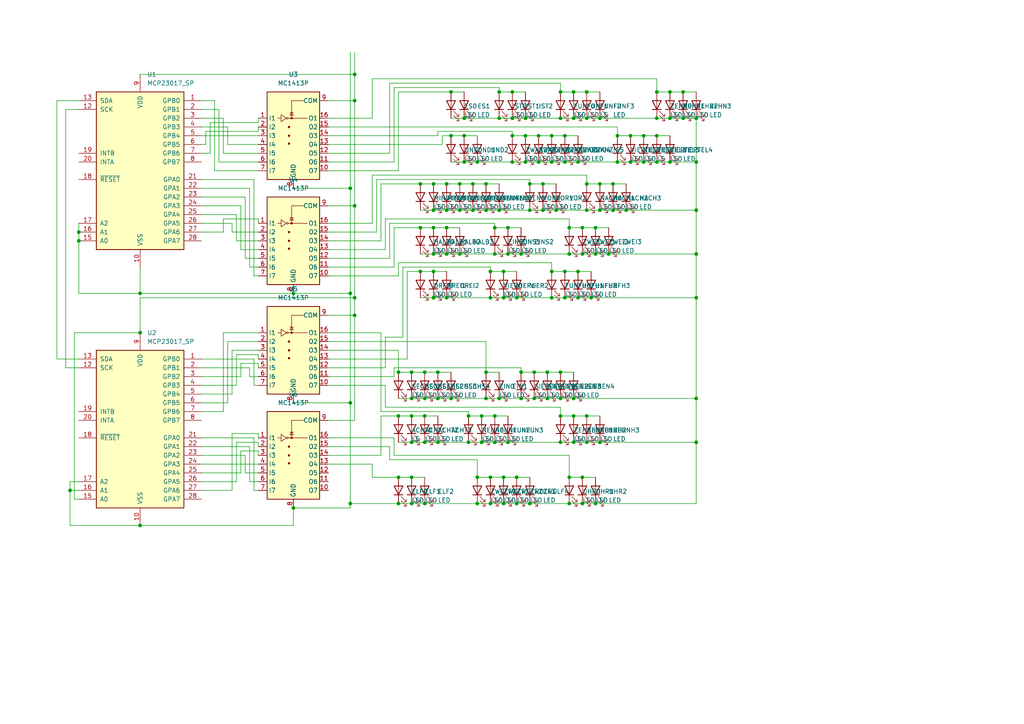
<source format=kicad_sch>
(kicad_sch (version 20211123) (generator eeschema)
  (paper "A4")
  (junction (at 133.35 73.66))
  (junction (at 194.31 26.67))
  (junction (at 138.43 146.05))
  (junction (at 182.88 39.37))
  (junction (at 166.37 34.29))
  (junction (at 101.6 85.09))
  (junction (at 115.57 107.95))
  (junction (at 149.86 146.05))
  (junction (at 133.35 60.96))
  (junction (at 148.59 39.37))
  (junction (at 168.91 146.05))
  (junction (at 121.92 66.04))
  (junction (at 198.12 34.29))
  (junction (at 121.92 78.74))
  (junction (at 102.87 91.44))
  (junction (at 170.18 53.34))
  (junction (at 201.93 128.27))
  (junction (at 123.19 146.05))
  (junction (at 153.67 146.05))
  (junction (at 134.62 34.29))
  (junction (at 148.59 34.29))
  (junction (at 146.05 86.36))
  (junction (at 166.37 120.65))
  (junction (at 181.61 60.96))
  (junction (at 201.93 86.36))
  (junction (at 85.09 85.09))
  (junction (at 40.64 96.52))
  (junction (at 156.21 39.37))
  (junction (at 138.43 138.43))
  (junction (at 140.97 107.95))
  (junction (at 160.02 86.36))
  (junction (at 125.73 73.66))
  (junction (at 170.18 26.67))
  (junction (at 143.51 66.04))
  (junction (at 140.97 60.96))
  (junction (at 162.56 115.57))
  (junction (at 162.56 107.95))
  (junction (at 149.86 138.43))
  (junction (at 182.88 46.99))
  (junction (at 146.05 138.43))
  (junction (at 163.83 46.99))
  (junction (at 186.69 46.99))
  (junction (at 129.54 66.04))
  (junction (at 143.51 128.27))
  (junction (at 119.38 128.27))
  (junction (at 173.99 128.27))
  (junction (at 165.1 66.04))
  (junction (at 167.64 86.36))
  (junction (at 168.91 138.43))
  (junction (at 162.56 128.27))
  (junction (at 167.64 78.74))
  (junction (at 102.87 29.21))
  (junction (at 201.93 115.57))
  (junction (at 170.18 60.96))
  (junction (at 162.56 120.65))
  (junction (at 148.59 26.67))
  (junction (at 134.62 39.37))
  (junction (at 102.87 59.69))
  (junction (at 142.24 138.43))
  (junction (at 144.78 60.96))
  (junction (at 148.59 46.99))
  (junction (at 162.56 26.67))
  (junction (at 194.31 46.99))
  (junction (at 147.32 66.04))
  (junction (at 190.5 26.67))
  (junction (at 140.97 53.34))
  (junction (at 115.57 120.65))
  (junction (at 153.67 53.34))
  (junction (at 101.6 146.05))
  (junction (at 194.31 34.29))
  (junction (at 168.91 66.04))
  (junction (at 135.89 120.65))
  (junction (at 115.57 138.43))
  (junction (at 172.72 73.66))
  (junction (at 166.37 115.57))
  (junction (at 201.93 73.66))
  (junction (at 173.99 53.34))
  (junction (at 125.73 60.96))
  (junction (at 154.94 107.95))
  (junction (at 119.38 138.43))
  (junction (at 165.1 146.05))
  (junction (at 154.94 115.57))
  (junction (at 144.78 115.57))
  (junction (at 119.38 146.05))
  (junction (at 138.43 46.99))
  (junction (at 177.8 60.96))
  (junction (at 129.54 53.34))
  (junction (at 40.64 85.09))
  (junction (at 147.32 128.27))
  (junction (at 190.5 34.29))
  (junction (at 168.91 73.66))
  (junction (at 172.72 66.04))
  (junction (at 179.07 39.37))
  (junction (at 140.97 115.57))
  (junction (at 129.54 60.96))
  (junction (at 142.24 78.74))
  (junction (at 123.19 107.95))
  (junction (at 22.86 69.85))
  (junction (at 158.75 115.57))
  (junction (at 146.05 146.05))
  (junction (at 127 115.57))
  (junction (at 158.75 107.95))
  (junction (at 146.05 78.74))
  (junction (at 153.67 60.96))
  (junction (at 129.54 86.36))
  (junction (at 101.6 116.84))
  (junction (at 157.48 60.96))
  (junction (at 144.78 26.67))
  (junction (at 156.21 46.99))
  (junction (at 137.16 60.96))
  (junction (at 135.89 128.27))
  (junction (at 125.73 66.04))
  (junction (at 152.4 39.37))
  (junction (at 127 107.95))
  (junction (at 125.73 78.74))
  (junction (at 171.45 86.36))
  (junction (at 119.38 115.57))
  (junction (at 142.24 86.36))
  (junction (at 129.54 73.66))
  (junction (at 119.38 107.95))
  (junction (at 121.92 53.34))
  (junction (at 139.7 120.65))
  (junction (at 165.1 138.43))
  (junction (at 173.99 60.96))
  (junction (at 201.93 46.99))
  (junction (at 20.32 142.24))
  (junction (at 167.64 46.99))
  (junction (at 151.13 107.95))
  (junction (at 198.12 26.67))
  (junction (at 163.83 78.74))
  (junction (at 160.02 39.37))
  (junction (at 102.87 86.36))
  (junction (at 123.19 120.65))
  (junction (at 151.13 73.66))
  (junction (at 176.53 73.66))
  (junction (at 123.19 128.27))
  (junction (at 160.02 78.74))
  (junction (at 186.69 39.37))
  (junction (at 173.99 34.29))
  (junction (at 179.07 46.99))
  (junction (at 115.57 146.05))
  (junction (at 130.81 26.67))
  (junction (at 170.18 34.29))
  (junction (at 144.78 34.29))
  (junction (at 162.56 34.29))
  (junction (at 151.13 115.57))
  (junction (at 137.16 53.34))
  (junction (at 166.37 26.67))
  (junction (at 130.81 115.57))
  (junction (at 177.8 53.34))
  (junction (at 143.51 120.65))
  (junction (at 85.09 147.32))
  (junction (at 160.02 46.99))
  (junction (at 130.81 39.37))
  (junction (at 190.5 46.99))
  (junction (at 152.4 46.99))
  (junction (at 147.32 73.66))
  (junction (at 123.19 115.57))
  (junction (at 170.18 128.27))
  (junction (at 125.73 86.36))
  (junction (at 157.48 53.34))
  (junction (at 134.62 46.99))
  (junction (at 163.83 86.36))
  (junction (at 201.93 34.29))
  (junction (at 102.87 21.59))
  (junction (at 166.37 128.27))
  (junction (at 139.7 128.27))
  (junction (at 163.83 39.37))
  (junction (at 149.86 86.36))
  (junction (at 127 128.27))
  (junction (at 22.86 67.31))
  (junction (at 172.72 146.05))
  (junction (at 161.29 60.96))
  (junction (at 170.18 120.65))
  (junction (at 165.1 73.66))
  (junction (at 190.5 39.37))
  (junction (at 125.73 53.34))
  (junction (at 201.93 60.96))
  (junction (at 101.6 54.61))
  (junction (at 40.64 152.4))
  (junction (at 119.38 120.65))
  (junction (at 133.35 53.34))
  (junction (at 142.24 146.05))
  (junction (at 143.51 73.66))
  (junction (at 152.4 34.29))
  (wire (pts (xy 121.92 66.04) (xy 125.73 66.04)))
  (wire (pts (xy 162.56 115.57) (xy 166.37 115.57)))
  (wire (pts (xy 113.03 133.35) (xy 113.03 129.54)))
  (wire (pts (xy 142.24 78.74) (xy 146.05 78.74)))
  (wire (pts (xy 40.64 85.09) (xy 85.09 85.09)))
  (wire (pts (xy 85.09 54.61) (xy 101.6 54.61)))
  (wire (pts (xy 58.42 142.24) (xy 67.31 142.24)))
  (wire (pts (xy 133.35 73.66) (xy 143.51 73.66)))
  (wire (pts (xy 143.51 128.27) (xy 147.32 128.27)))
  (wire (pts (xy 121.92 60.96) (xy 125.73 60.96)))
  (wire (pts (xy 59.69 41.91) (xy 59.69 38.1)))
  (wire (pts (xy 172.72 73.66) (xy 176.53 73.66)))
  (wire (pts (xy 139.7 128.27) (xy 143.51 128.27)))
  (wire (pts (xy 114.3 106.68) (xy 151.13 106.68)))
  (wire (pts (xy 186.69 46.99) (xy 190.5 46.99)))
  (wire (pts (xy 72.39 106.68) (xy 72.39 109.22)))
  (wire (pts (xy 69.85 105.41) (xy 74.93 105.41)))
  (wire (pts (xy 101.6 146.05) (xy 101.6 116.84)))
  (wire (pts (xy 170.18 60.96) (xy 173.99 60.96)))
  (wire (pts (xy 95.25 91.44) (xy 102.87 91.44)))
  (wire (pts (xy 85.09 147.32) (xy 101.6 147.32)))
  (wire (pts (xy 21.59 96.52) (xy 40.64 96.52)))
  (wire (pts (xy 130.81 34.29) (xy 134.62 34.29)))
  (wire (pts (xy 166.37 34.29) (xy 170.18 34.29)))
  (wire (pts (xy 116.84 77.47) (xy 142.24 77.47)))
  (wire (pts (xy 146.05 78.74) (xy 149.86 78.74)))
  (wire (pts (xy 133.35 60.96) (xy 137.16 60.96)))
  (wire (pts (xy 102.87 21.59) (xy 102.87 29.21)))
  (wire (pts (xy 173.99 60.96) (xy 177.8 60.96)))
  (wire (pts (xy 58.42 127) (xy 73.66 127)))
  (wire (pts (xy 163.83 39.37) (xy 167.64 39.37)))
  (wire (pts (xy 95.25 99.06) (xy 140.97 99.06)))
  (wire (pts (xy 20.32 139.7) (xy 20.32 142.24)))
  (wire (pts (xy 201.93 73.66) (xy 201.93 86.36)))
  (wire (pts (xy 152.4 34.29) (xy 162.56 34.29)))
  (wire (pts (xy 201.93 60.96) (xy 201.93 73.66)))
  (wire (pts (xy 58.42 116.84) (xy 66.04 116.84)))
  (wire (pts (xy 123.19 115.57) (xy 127 115.57)))
  (wire (pts (xy 146.05 146.05) (xy 149.86 146.05)))
  (wire (pts (xy 146.05 138.43) (xy 149.86 138.43)))
  (wire (pts (xy 73.66 52.07) (xy 73.66 80.01)))
  (wire (pts (xy 149.86 138.43) (xy 153.67 138.43)))
  (wire (pts (xy 16.51 29.21) (xy 16.51 104.14)))
  (wire (pts (xy 115.57 146.05) (xy 119.38 146.05)))
  (wire (pts (xy 190.5 46.99) (xy 194.31 46.99)))
  (wire (pts (xy 95.25 121.92) (xy 102.87 121.92)))
  (wire (pts (xy 123.19 128.27) (xy 127 128.27)))
  (wire (pts (xy 107.95 50.8) (xy 170.18 50.8)))
  (wire (pts (xy 165.1 63.5) (xy 165.1 66.04)))
  (wire (pts (xy 95.25 29.21) (xy 102.87 29.21)))
  (wire (pts (xy 148.59 34.29) (xy 152.4 34.29)))
  (wire (pts (xy 125.73 53.34) (xy 129.54 53.34)))
  (wire (pts (xy 149.86 86.36) (xy 160.02 86.36)))
  (wire (pts (xy 127 39.37) (xy 127 38.1)))
  (wire (pts (xy 73.66 127) (xy 73.66 142.24)))
  (wire (pts (xy 111.76 118.11) (xy 162.56 118.11)))
  (wire (pts (xy 58.42 104.14) (xy 73.66 104.14)))
  (wire (pts (xy 129.54 86.36) (xy 142.24 86.36)))
  (wire (pts (xy 143.51 73.66) (xy 147.32 73.66)))
  (wire (pts (xy 95.25 39.37) (xy 127 39.37)))
  (wire (pts (xy 40.64 86.36) (xy 102.87 86.36)))
  (wire (pts (xy 114.3 132.08) (xy 165.1 132.08)))
  (wire (pts (xy 110.49 132.08) (xy 95.25 132.08)))
  (wire (pts (xy 125.73 66.04) (xy 129.54 66.04)))
  (wire (pts (xy 165.1 66.04) (xy 168.91 66.04)))
  (wire (pts (xy 138.43 133.35) (xy 113.03 133.35)))
  (wire (pts (xy 147.32 128.27) (xy 162.56 128.27)))
  (wire (pts (xy 102.87 29.21) (xy 102.87 59.69)))
  (wire (pts (xy 95.25 80.01) (xy 115.57 80.01)))
  (wire (pts (xy 167.64 46.99) (xy 179.07 46.99)))
  (wire (pts (xy 58.42 52.07) (xy 73.66 52.07)))
  (wire (pts (xy 119.38 120.65) (xy 123.19 120.65)))
  (wire (pts (xy 95.25 104.14) (xy 118.11 104.14)))
  (wire (pts (xy 135.89 120.65) (xy 139.7 120.65)))
  (wire (pts (xy 101.6 85.09) (xy 85.09 85.09)))
  (wire (pts (xy 154.94 107.95) (xy 158.75 107.95)))
  (wire (pts (xy 125.73 78.74) (xy 129.54 78.74)))
  (wire (pts (xy 101.6 146.05) (xy 115.57 146.05)))
  (wire (pts (xy 147.32 66.04) (xy 151.13 66.04)))
  (wire (pts (xy 115.57 26.67) (xy 115.57 49.53)))
  (wire (pts (xy 62.23 29.21) (xy 62.23 49.53)))
  (wire (pts (xy 158.75 115.57) (xy 162.56 115.57)))
  (wire (pts (xy 58.42 59.69) (xy 69.85 59.69)))
  (wire (pts (xy 60.96 35.56) (xy 74.93 35.56)))
  (wire (pts (xy 21.59 144.78) (xy 21.59 96.52)))
  (wire (pts (xy 85.09 152.4) (xy 85.09 147.32)))
  (wire (pts (xy 109.22 67.31) (xy 109.22 52.07)))
  (wire (pts (xy 110.49 120.65) (xy 115.57 120.65)))
  (wire (pts (xy 64.77 34.29) (xy 64.77 44.45)))
  (wire (pts (xy 119.38 107.95) (xy 123.19 107.95)))
  (wire (pts (xy 170.18 128.27) (xy 173.99 128.27)))
  (wire (pts (xy 121.92 53.34) (xy 125.73 53.34)))
  (wire (pts (xy 160.02 78.74) (xy 163.83 78.74)))
  (wire (pts (xy 121.92 73.66) (xy 125.73 73.66)))
  (wire (pts (xy 58.42 29.21) (xy 62.23 29.21)))
  (wire (pts (xy 165.1 138.43) (xy 168.91 138.43)))
  (wire (pts (xy 138.43 46.99) (xy 148.59 46.99)))
  (wire (pts (xy 74.93 102.87) (xy 74.93 104.14)))
  (wire (pts (xy 19.05 31.75) (xy 19.05 106.68)))
  (wire (pts (xy 138.43 133.35) (xy 138.43 138.43)))
  (wire (pts (xy 95.25 111.76) (xy 111.76 111.76)))
  (wire (pts (xy 201.93 73.66) (xy 176.53 73.66)))
  (wire (pts (xy 142.24 146.05) (xy 146.05 146.05)))
  (wire (pts (xy 144.78 25.4) (xy 144.78 26.67)))
  (wire (pts (xy 95.25 36.83) (xy 179.07 36.83)))
  (wire (pts (xy 137.16 60.96) (xy 140.97 60.96)))
  (wire (pts (xy 58.42 111.76) (xy 68.58 111.76)))
  (wire (pts (xy 58.42 106.68) (xy 72.39 106.68)))
  (wire (pts (xy 71.12 137.16) (xy 74.93 137.16)))
  (wire (pts (xy 130.81 26.67) (xy 115.57 26.67)))
  (wire (pts (xy 111.76 72.39) (xy 111.76 63.5)))
  (wire (pts (xy 85.09 116.84) (xy 101.6 116.84)))
  (wire (pts (xy 64.77 67.31) (xy 64.77 63.5)))
  (wire (pts (xy 67.31 101.6) (xy 74.93 101.6)))
  (wire (pts (xy 173.99 34.29) (xy 190.5 34.29)))
  (wire (pts (xy 116.84 97.79) (xy 111.76 97.79)))
  (wire (pts (xy 135.89 119.38) (xy 135.89 120.65)))
  (wire (pts (xy 69.85 72.39) (xy 74.93 72.39)))
  (wire (pts (xy 125.73 60.96) (xy 129.54 60.96)))
  (wire (pts (xy 144.78 34.29) (xy 148.59 34.29)))
  (wire (pts (xy 114.3 127) (xy 114.3 132.08)))
  (wire (pts (xy 146.05 86.36) (xy 149.86 86.36)))
  (wire (pts (xy 201.93 86.36) (xy 171.45 86.36)))
  (wire (pts (xy 162.56 24.13) (xy 162.56 26.67)))
  (wire (pts (xy 22.86 69.85) (xy 22.86 85.09)))
  (wire (pts (xy 22.86 144.78) (xy 21.59 144.78)))
  (wire (pts (xy 115.57 115.57) (xy 119.38 115.57)))
  (wire (pts (xy 69.85 130.81) (xy 74.93 130.81)))
  (wire (pts (xy 101.6 116.84) (xy 101.6 85.09)))
  (wire (pts (xy 168.91 73.66) (xy 172.72 73.66)))
  (wire (pts (xy 160.02 76.2) (xy 160.02 78.74)))
  (wire (pts (xy 156.21 46.99) (xy 160.02 46.99)))
  (wire (pts (xy 123.19 107.95) (xy 127 107.95)))
  (wire (pts (xy 58.42 139.7) (xy 68.58 139.7)))
  (wire (pts (xy 58.42 36.83) (xy 66.04 36.83)))
  (wire (pts (xy 134.62 46.99) (xy 138.43 46.99)))
  (wire (pts (xy 129.54 66.04) (xy 133.35 66.04)))
  (wire (pts (xy 138.43 138.43) (xy 142.24 138.43)))
  (wire (pts (xy 201.93 34.29) (xy 201.93 46.99)))
  (wire (pts (xy 170.18 53.34) (xy 173.99 53.34)))
  (wire (pts (xy 72.39 54.61) (xy 72.39 77.47)))
  (wire (pts (xy 153.67 146.05) (xy 165.1 146.05)))
  (wire (pts (xy 118.11 78.74) (xy 118.11 104.14)))
  (wire (pts (xy 110.49 119.38) (xy 135.89 119.38)))
  (wire (pts (xy 170.18 26.67) (xy 173.99 26.67)))
  (wire (pts (xy 170.18 50.8) (xy 170.18 53.34)))
  (wire (pts (xy 151.13 106.68) (xy 151.13 107.95)))
  (wire (pts (xy 119.38 115.57) (xy 123.19 115.57)))
  (wire (pts (xy 95.25 41.91) (xy 128.27 41.91)))
  (wire (pts (xy 58.42 62.23) (xy 68.58 62.23)))
  (wire (pts (xy 95.25 77.47) (xy 114.3 77.47)))
  (wire (pts (xy 140.97 53.34) (xy 144.78 53.34)))
  (wire (pts (xy 157.48 53.34) (xy 161.29 53.34)))
  (wire (pts (xy 137.16 53.34) (xy 140.97 53.34)))
  (wire (pts (xy 168.91 146.05) (xy 172.72 146.05)))
  (wire (pts (xy 22.86 139.7) (xy 20.32 139.7)))
  (wire (pts (xy 148.59 39.37) (xy 152.4 39.37)))
  (wire (pts (xy 58.42 54.61) (xy 72.39 54.61)))
  (wire (pts (xy 72.39 77.47) (xy 74.93 77.47)))
  (wire (pts (xy 129.54 60.96) (xy 133.35 60.96)))
  (wire (pts (xy 158.75 107.95) (xy 162.56 107.95)))
  (wire (pts (xy 161.29 60.96) (xy 170.18 60.96)))
  (wire (pts (xy 130.81 26.67) (xy 134.62 26.67)))
  (wire (pts (xy 115.57 101.6) (xy 95.25 101.6)))
  (wire (pts (xy 143.51 66.04) (xy 147.32 66.04)))
  (wire (pts (xy 69.85 137.16) (xy 69.85 130.81)))
  (wire (pts (xy 95.25 59.69) (xy 102.87 59.69)))
  (wire (pts (xy 74.93 125.73) (xy 74.93 127)))
  (wire (pts (xy 58.42 137.16) (xy 69.85 137.16)))
  (wire (pts (xy 113.03 24.13) (xy 113.03 44.45)))
  (wire (pts (xy 165.1 73.66) (xy 168.91 73.66)))
  (wire (pts (xy 113.03 64.77) (xy 143.51 64.77)))
  (wire (pts (xy 115.57 128.27) (xy 119.38 128.27)))
  (wire (pts (xy 22.86 31.75) (xy 19.05 31.75)))
  (wire (pts (xy 162.56 120.65) (xy 166.37 120.65)))
  (wire (pts (xy 140.97 115.57) (xy 144.78 115.57)))
  (wire (pts (xy 167.64 78.74) (xy 171.45 78.74)))
  (wire (pts (xy 67.31 114.3) (xy 67.31 101.6)))
  (wire (pts (xy 142.24 77.47) (xy 142.24 78.74)))
  (wire (pts (xy 151.13 115.57) (xy 154.94 115.57)))
  (wire (pts (xy 201.93 86.36) (xy 201.93 115.57)))
  (wire (pts (xy 179.07 39.37) (xy 182.88 39.37)))
  (wire (pts (xy 67.31 64.77) (xy 67.31 67.31)))
  (wire (pts (xy 152.4 39.37) (xy 156.21 39.37)))
  (wire (pts (xy 173.99 128.27) (xy 201.93 128.27)))
  (wire (pts (xy 121.92 86.36) (xy 125.73 86.36)))
  (wire (pts (xy 130.81 46.99) (xy 134.62 46.99)))
  (wire (pts (xy 166.37 128.27) (xy 170.18 128.27)))
  (wire (pts (xy 201.93 146.05) (xy 172.72 146.05)))
  (wire (pts (xy 119.38 146.05) (xy 123.19 146.05)))
  (wire (pts (xy 22.86 85.09) (xy 40.64 85.09)))
  (wire (pts (xy 147.32 73.66) (xy 151.13 73.66)))
  (wire (pts (xy 114.3 25.4) (xy 114.3 46.99)))
  (wire (pts (xy 19.05 106.68) (xy 22.86 106.68)))
  (wire (pts (xy 201.93 115.57) (xy 201.93 128.27)))
  (wire (pts (xy 201.93 60.96) (xy 181.61 60.96)))
  (wire (pts (xy 95.25 74.93) (xy 113.03 74.93)))
  (wire (pts (xy 128.27 41.91) (xy 128.27 39.37)))
  (wire (pts (xy 114.3 109.22) (xy 114.3 106.68)))
  (wire (pts (xy 74.93 128.27) (xy 74.93 129.54)))
  (wire (pts (xy 58.42 109.22) (xy 69.85 109.22)))
  (wire (pts (xy 62.23 49.53) (xy 74.93 49.53)))
  (wire (pts (xy 114.3 25.4) (xy 144.78 25.4)))
  (wire (pts (xy 72.39 109.22) (xy 74.93 109.22)))
  (wire (pts (xy 102.87 59.69) (xy 102.87 86.36)))
  (wire (pts (xy 95.25 109.22) (xy 114.3 109.22)))
  (wire (pts (xy 101.6 147.32) (xy 101.6 146.05)))
  (wire (pts (xy 95.25 67.31) (xy 109.22 67.31)))
  (wire (pts (xy 129.54 73.66) (xy 133.35 73.66)))
  (wire (pts (xy 165.1 132.08) (xy 165.1 138.43)))
  (wire (pts (xy 157.48 60.96) (xy 161.29 60.96)))
  (wire (pts (xy 95.25 44.45) (xy 113.03 44.45)))
  (wire (pts (xy 127 128.27) (xy 135.89 128.27)))
  (wire (pts (xy 114.3 77.47) (xy 114.3 66.04)))
  (wire (pts (xy 190.5 26.67) (xy 194.31 26.67)))
  (wire (pts (xy 148.59 26.67) (xy 152.4 26.67)))
  (wire (pts (xy 177.8 53.34) (xy 181.61 53.34)))
  (wire (pts (xy 67.31 142.24) (xy 67.31 125.73)))
  (wire (pts (xy 95.25 49.53) (xy 115.57 49.53)))
  (wire (pts (xy 201.93 115.57) (xy 166.37 115.57)))
  (wire (pts (xy 111.76 97.79) (xy 111.76 106.68)))
  (wire (pts (xy 198.12 26.67) (xy 201.93 26.67)))
  (wire (pts (xy 95.25 134.62) (xy 107.95 134.62)))
  (wire (pts (xy 101.6 54.61) (xy 101.6 85.09)))
  (wire (pts (xy 144.78 115.57) (xy 151.13 115.57)))
  (wire (pts (xy 127 38.1) (xy 148.59 38.1)))
  (wire (pts (xy 134.62 39.37) (xy 138.43 39.37)))
  (wire (pts (xy 165.1 146.05) (xy 168.91 146.05)))
  (wire (pts (xy 110.49 120.65) (xy 110.49 132.08)))
  (wire (pts (xy 66.04 99.06) (xy 74.93 99.06)))
  (wire (pts (xy 194.31 26.67) (xy 198.12 26.67)))
  (wire (pts (xy 163.83 46.99) (xy 167.64 46.99)))
  (wire (pts (xy 68.58 128.27) (xy 74.93 128.27)))
  (wire (pts (xy 179.07 46.99) (xy 182.88 46.99)))
  (wire (pts (xy 107.95 138.43) (xy 115.57 138.43)))
  (wire (pts (xy 102.87 91.44) (xy 102.87 121.92)))
  (wire (pts (xy 66.04 116.84) (xy 66.04 99.06)))
  (wire (pts (xy 74.93 35.56) (xy 74.93 34.29)))
  (wire (pts (xy 64.77 96.52) (xy 74.93 96.52)))
  (wire (pts (xy 95.25 129.54) (xy 113.03 129.54)))
  (wire (pts (xy 148.59 46.99) (xy 152.4 46.99)))
  (wire (pts (xy 163.83 86.36) (xy 167.64 86.36)))
  (wire (pts (xy 73.66 80.01) (xy 74.93 80.01)))
  (wire (pts (xy 72.39 139.7) (xy 74.93 139.7)))
  (wire (pts (xy 153.67 60.96) (xy 157.48 60.96)))
  (wire (pts (xy 142.24 86.36) (xy 146.05 86.36)))
  (wire (pts (xy 67.31 125.73) (xy 74.93 125.73)))
  (wire (pts (xy 113.03 24.13) (xy 162.56 24.13)))
  (wire (pts (xy 140.97 60.96) (xy 144.78 60.96)))
  (wire (pts (xy 58.42 119.38) (xy 64.77 119.38)))
  (wire (pts (xy 194.31 34.29) (xy 198.12 34.29)))
  (wire (pts (xy 66.04 36.83) (xy 66.04 41.91)))
  (wire (pts (xy 95.25 34.29) (xy 107.95 34.29)))
  (wire (pts (xy 107.95 34.29) (xy 107.95 22.86)))
  (wire (pts (xy 190.5 39.37) (xy 194.31 39.37)))
  (wire (pts (xy 149.86 146.05) (xy 153.67 146.05)))
  (wire (pts (xy 73.66 104.14) (xy 73.66 111.76)))
  (wire (pts (xy 143.51 120.65) (xy 147.32 120.65)))
  (wire (pts (xy 71.12 132.08) (xy 71.12 137.16)))
  (wire (pts (xy 95.25 69.85) (xy 110.49 69.85)))
  (wire (pts (xy 58.42 67.31) (xy 64.77 67.31)))
  (wire (pts (xy 160.02 39.37) (xy 163.83 39.37)))
  (wire (pts (xy 95.25 72.39) (xy 111.76 72.39)))
  (wire (pts (xy 143.51 64.77) (xy 143.51 66.04)))
  (wire (pts (xy 115.57 101.6) (xy 115.57 107.95)))
  (wire (pts (xy 135.89 128.27) (xy 139.7 128.27)))
  (wire (pts (xy 182.88 46.99) (xy 186.69 46.99)))
  (wire (pts (xy 67.31 67.31) (xy 74.93 67.31)))
  (wire (pts (xy 113.03 74.93) (xy 113.03 64.77)))
  (wire (pts (xy 154.94 115.57) (xy 158.75 115.57)))
  (wire (pts (xy 40.64 21.59) (xy 102.87 21.59)))
  (wire (pts (xy 110.49 96.52) (xy 110.49 119.38)))
  (wire (pts (xy 58.42 129.54) (xy 72.39 129.54)))
  (wire (pts (xy 115.57 107.95) (xy 119.38 107.95)))
  (wire (pts (xy 64.77 63.5) (xy 74.93 63.5)))
  (wire (pts (xy 58.42 41.91) (xy 59.69 41.91)))
  (wire (pts (xy 110.49 69.85) (xy 110.49 53.34)))
  (wire (pts (xy 162.56 26.67) (xy 166.37 26.67)))
  (wire (pts (xy 168.91 66.04) (xy 172.72 66.04)))
  (wire (pts (xy 102.87 15.24) (xy 102.87 21.59)))
  (wire (pts (xy 69.85 109.22) (xy 69.85 105.41)))
  (wire (pts (xy 115.57 76.2) (xy 160.02 76.2)))
  (wire (pts (xy 58.42 34.29) (xy 64.77 34.29)))
  (wire (pts (xy 129.54 53.34) (xy 133.35 53.34)))
  (wire (pts (xy 111.76 118.11) (xy 111.76 111.76)))
  (wire (pts (xy 160.02 46.99) (xy 163.83 46.99)))
  (wire (pts (xy 151.13 107.95) (xy 154.94 107.95)))
  (wire (pts (xy 40.64 96.52) (xy 40.64 86.36)))
  (wire (pts (xy 58.42 57.15) (xy 71.12 57.15)))
  (wire (pts (xy 186.69 39.37) (xy 190.5 39.37)))
  (wire (pts (xy 74.93 38.1) (xy 74.93 36.83)))
  (wire (pts (xy 125.73 86.36) (xy 129.54 86.36)))
  (wire (pts (xy 111.76 63.5) (xy 165.1 63.5)))
  (wire (pts (xy 20.32 142.24) (xy 20.32 152.4)))
  (wire (pts (xy 198.12 34.29) (xy 201.93 34.29)))
  (wire (pts (xy 134.62 34.29) (xy 144.78 34.29)))
  (wire (pts (xy 170.18 34.29) (xy 173.99 34.29)))
  (wire (pts (xy 107.95 134.62) (xy 107.95 138.43)))
  (wire (pts (xy 160.02 86.36) (xy 163.83 86.36)))
  (wire (pts (xy 74.93 130.81) (xy 74.93 132.08)))
  (wire (pts (xy 58.42 132.08) (xy 71.12 132.08)))
  (wire (pts (xy 128.27 39.37) (xy 130.81 39.37)))
  (wire (pts (xy 190.5 34.29) (xy 194.31 34.29)))
  (wire (pts (xy 119.38 138.43) (xy 123.19 138.43)))
  (wire (pts (xy 182.88 39.37) (xy 186.69 39.37)))
  (wire (pts (xy 40.64 152.4) (xy 85.09 152.4)))
  (wire (pts (xy 102.87 86.36) (xy 102.87 91.44)))
  (wire (pts (xy 110.49 96.52) (xy 95.25 96.52)))
  (wire (pts (xy 162.56 34.29) (xy 166.37 34.29)))
  (wire (pts (xy 64.77 119.38) (xy 64.77 96.52)))
  (wire (pts (xy 110.49 53.34) (xy 121.92 53.34)))
  (wire (pts (xy 130.81 39.37) (xy 134.62 39.37)))
  (wire (pts (xy 148.59 38.1) (xy 148.59 39.37)))
  (wire (pts (xy 162.56 128.27) (xy 166.37 128.27)))
  (wire (pts (xy 119.38 128.27) (xy 123.19 128.27)))
  (wire (pts (xy 133.35 53.34) (xy 137.16 53.34)))
  (wire (pts (xy 74.93 105.41) (xy 74.93 106.68)))
  (wire (pts (xy 58.42 39.37) (xy 74.93 39.37)))
  (wire (pts (xy 63.5 31.75) (xy 63.5 46.99)))
  (wire (pts (xy 68.58 62.23) (xy 68.58 69.85)))
  (wire (pts (xy 201.93 128.27) (xy 201.93 146.05)))
  (wire (pts (xy 16.51 104.14) (xy 22.86 104.14)))
  (wire (pts (xy 151.13 73.66) (xy 165.1 73.66)))
  (wire (pts (xy 95.25 127) (xy 114.3 127)))
  (wire (pts (xy 68.58 139.7) (xy 68.58 128.27)))
  (wire (pts (xy 59.69 38.1) (xy 74.93 38.1)))
  (wire (pts (xy 22.86 142.24) (xy 20.32 142.24)))
  (wire (pts (xy 142.24 138.43) (xy 146.05 138.43)))
  (wire (pts (xy 127 107.95) (xy 130.81 107.95)))
  (wire (pts (xy 167.64 86.36) (xy 171.45 86.36)))
  (wire (pts (xy 58.42 134.62) (xy 74.93 134.62)))
  (wire (pts (xy 71.12 74.93) (xy 74.93 74.93)))
  (wire (pts (xy 123.19 120.65) (xy 127 120.65)))
  (wire (pts (xy 144.78 26.67) (xy 148.59 26.67)))
  (wire (pts (xy 201.93 46.99) (xy 194.31 46.99)))
  (wire (pts (xy 58.42 31.75) (xy 63.5 31.75)))
  (wire (pts (xy 140.97 99.06) (xy 140.97 107.95)))
  (wire (pts (xy 172.72 66.04) (xy 176.53 66.04)))
  (wire (pts (xy 64.77 44.45) (xy 74.93 44.45)))
  (wire (pts (xy 168.91 138.43) (xy 172.72 138.43)))
  (wire (pts (xy 74.93 63.5) (xy 74.93 64.77)))
  (wire (pts (xy 177.8 60.96) (xy 181.61 60.96)))
  (wire (pts (xy 130.81 115.57) (xy 140.97 115.57)))
  (wire (pts (xy 156.21 39.37) (xy 160.02 39.37)))
  (wire (pts (xy 60.96 44.45) (xy 60.96 35.56)))
  (wire (pts (xy 58.42 114.3) (xy 67.31 114.3)))
  (wire (pts (xy 170.18 120.65) (xy 173.99 120.65)))
  (wire (pts (xy 114.3 66.04) (xy 121.92 66.04)))
  (wire (pts (xy 166.37 120.65) (xy 170.18 120.65)))
  (wire (pts (xy 162.56 107.95) (xy 166.37 107.95)))
  (wire (pts (xy 140.97 107.95) (xy 144.78 107.95)))
  (wire (pts (xy 152.4 46.99) (xy 156.21 46.99)))
  (wire (pts (xy 162.56 118.11) (xy 162.56 120.65)))
  (wire (pts (xy 115.57 80.01) (xy 115.57 76.2)))
  (wire (pts (xy 125.73 73.66) (xy 129.54 73.66)))
  (wire (pts (xy 153.67 52.07) (xy 153.67 53.34)))
  (wire (pts (xy 58.42 64.77) (xy 67.31 64.77)))
  (wire (pts (xy 138.43 146.05) (xy 142.24 146.05)))
  (wire (pts (xy 139.7 120.65) (xy 143.51 120.65)))
  (wire (pts (xy 144.78 60.96) (xy 153.67 60.96)))
  (wire (pts (xy 163.83 78.74) (xy 167.64 78.74)))
  (wire (pts (xy 201.93 46.99) (xy 201.93 60.96)))
  (wire (pts (xy 71.12 57.15) (xy 71.12 74.93)))
  (wire (pts (xy 40.64 77.47) (xy 40.64 85.09)))
  (wire (pts (xy 73.66 142.24) (xy 74.93 142.24)))
  (wire (pts (xy 22.86 67.31) (xy 22.86 69.85)))
  (wire (pts (xy 69.85 59.69) (xy 69.85 72.39)))
  (wire (pts (xy 109.22 52.07) (xy 153.67 52.07)))
  (wire (pts (xy 95.25 64.77) (xy 107.95 64.77)))
  (wire (pts (xy 190.5 22.86) (xy 190.5 26.67)))
  (wire (pts (xy 68.58 111.76) (xy 68.58 102.87)))
  (wire (pts (xy 118.11 78.74) (xy 121.92 78.74)))
  (wire (pts (xy 68.58 102.87) (xy 74.93 102.87)))
  (wire (pts (xy 22.86 64.77) (xy 22.86 67.31)))
  (wire (pts (xy 121.92 78.74) (xy 125.73 78.74)))
  (wire (pts (xy 58.42 44.45) (xy 60.96 44.45)))
  (wire (pts (xy 116.84 77.47) (xy 116.84 97.79)))
  (wire (pts (xy 123.19 146.05) (xy 138.43 146.05)))
  (wire (pts (xy 179.07 36.83) (xy 179.07 39.37)))
  (wire (pts (xy 107.95 64.77) (xy 107.95 50.8)))
  (wire (pts (xy 22.86 29.21) (xy 16.51 29.21)))
  (wire (pts (xy 101.6 15.24) (xy 101.6 54.61)))
  (wire (pts (xy 115.57 120.65) (xy 119.38 120.65)))
  (wire (pts (xy 20.32 152.4) (xy 40.64 152.4)))
  (wire (pts (xy 107.95 22.86) (xy 190.5 22.86)))
  (wire (pts (xy 68.58 69.85) (xy 74.93 69.85)))
  (wire (pts (xy 127 115.57) (xy 130.81 115.57)))
  (wire (pts (xy 72.39 129.54) (xy 72.39 139.7)))
  (wire (pts (xy 63.5 46.99) (xy 74.93 46.99)))
  (wire (pts (xy 153.67 53.34) (xy 157.48 53.34)))
  (wire (pts (xy 166.37 26.67) (xy 170.18 26.67)))
  (wire (pts (xy 73.66 111.76) (xy 74.93 111.76)))
  (wire (pts (xy 173.99 53.34) (xy 177.8 53.34)))
  (wire (pts (xy 66.04 41.91) (xy 74.93 41.91)))
  (wire (pts (xy 115.57 138.43) (xy 119.38 138.43)))
  (wire (pts (xy 95.25 46.99) (xy 114.3 46.99)))
  (wire (pts (xy 95.25 106.68) (xy 111.76 106.68)))
  (symbol (lib_id "Device:LED") (at 146.05 82.55 90) (unit 1)
    (property "Reference" "VIER1" (at 149.86 82.8674 90) (effects (justify right)))
    (property "Value" "LED" (at 149.86 85.4074 90) (effects (justify right)))
    (property "Footprint" "LED_THT:LED_D5.0mm_Clear" (effects hide))
  )
  (symbol (lib_id "Device:LED") (at 170.18 57.15 90) (unit 1)
    (property "Reference" "NACH0" (at 173.99 57.4674 90) (effects (justify right)))
    (property "Value" "LED" (at 173.99 60.0074 90) (effects (justify right)))
    (property "Footprint" "LED_THT:LED_D5.0mm_Clear" (effects hide))
  )
  (symbol (lib_id "Device:LED") (at 198.12 30.48 90) (unit 1)
    (property "Reference" "ZEHN2" (at 201.93 30.7974 90) (effects (justify right)))
    (property "Value" "LED" (at 201.93 33.3374 90) (effects (justify right)))
    (property "Footprint" "LED_THT:LED_D5.0mm_Clear" (effects hide))
  )
  (symbol (lib_id "Device:LED") (at 119.38 142.24 90) (unit 1)
    (property "Reference" "ELF1" (at 123.19 142.5574 90) (effects (justify right)))
    (property "Value" "LED" (at 123.19 145.0974 90) (effects (justify right)))
    (property "Footprint" "LED_THT:LED_D5.0mm_Clear" (effects hide))
  )
  (symbol (lib_id "Device:LED") (at 123.19 124.46 90) (unit 1)
    (property "Reference" "ACHT2" (at 127 124.7774 90) (effects (justify right)))
    (property "Value" "LED" (at 127 127.3174 90) (effects (justify right)))
    (property "Footprint" "LED_THT:LED_D5.0mm_Clear" (effects hide))
  )
  (symbol (lib_id "Device:LED") (at 194.31 30.48 90) (unit 1)
    (property "Reference" "ZEHN1" (at 198.12 30.7974 90) (effects (justify right)))
    (property "Value" "LED" (at 198.12 33.3374 90) (effects (justify right)))
    (property "Footprint" "LED_THT:LED_D5.0mm_Clear" (effects hide))
  )
  (symbol (lib_id "Device:LED") (at 121.92 57.15 90) (unit 1)
    (property "Reference" "MINUTEN0" (at 125.73 57.4674 90) (effects (justify right)))
    (property "Value" "LED" (at 125.73 60.0074 90) (effects (justify right)))
    (property "Footprint" "LED_THT:LED_D5.0mm_Clear" (effects hide))
  )
  (symbol (lib_id "Device:LED") (at 172.72 69.85 90) (unit 1)
    (property "Reference" "ZWEI2" (at 176.53 70.1674 90) (effects (justify right)))
    (property "Value" "LED" (at 176.53 72.7074 90) (effects (justify right)))
    (property "Footprint" "LED_THT:LED_D5.0mm_Clear" (effects hide))
  )
  (symbol (lib_id "Device:LED") (at 140.97 111.76 90) (unit 1)
    (property "Reference" "EIN0" (at 144.78 112.0774 90) (effects (justify right)))
    (property "Value" "LED" (at 144.78 114.6174 90) (effects (justify right)))
    (property "Footprint" "LED_THT:LED_D5.0mm_Clear" (effects hide))
  )
  (symbol (lib_id "Device:LED") (at 154.94 111.76 90) (unit 1)
    (property "Reference" "SIEBEN1" (at 158.75 112.0774 90) (effects (justify right)))
    (property "Value" "LED" (at 158.75 114.6174 90) (effects (justify right)))
    (property "Footprint" "LED_THT:LED_D5.0mm_Clear" (effects hide))
  )
  (symbol (lib_id "Device:LED") (at 119.38 111.76 90) (unit 1)
    (property "Reference" "SECHS1" (at 123.19 112.0774 90) (effects (justify right)))
    (property "Value" "LED" (at 123.19 114.6174 90) (effects (justify right)))
    (property "Footprint" "LED_THT:LED_D5.0mm_Clear" (effects hide))
  )
  (symbol (lib_id "Device:LED") (at 144.78 30.48 90) (unit 1)
    (property "Reference" "IST0" (at 148.59 30.7974 90) (effects (justify right)))
    (property "Value" "LED" (at 148.59 33.3374 90) (effects (justify right)))
    (property "Footprint" "LED_THT:LED_D5.0mm_Clear" (effects hide))
  )
  (symbol (lib_id "Device:LED") (at 190.5 30.48 90) (unit 1)
    (property "Reference" "ZEHN0" (at 194.31 30.7974 90) (effects (justify right)))
    (property "Value" "LED" (at 194.31 33.3374 90) (effects (justify right)))
    (property "Footprint" "LED_THT:LED_D5.0mm_Clear" (effects hide))
  )
  (symbol (lib_id "Device:LED") (at 173.99 124.46 90) (unit 1)
    (property "Reference" "ZEHNH3" (at 177.8 124.7774 90) (effects (justify right)))
    (property "Value" "LED" (at 177.8 127.3174 90) (effects (justify right)))
    (property "Footprint" "LED_THT:LED_D5.0mm_Clear" (effects hide))
  )
  (symbol (lib_id "Device:LED") (at 140.97 57.15 90) (unit 1)
    (property "Reference" "MINUTEN5" (at 144.78 57.4674 90) (effects (justify right)))
    (property "Value" "LED" (at 144.78 60.0074 90) (effects (justify right)))
    (property "Footprint" "LED_THT:LED_D5.0mm_Clear" (effects hide))
  )
  (symbol (lib_id "Device:LED") (at 162.56 124.46 90) (unit 1)
    (property "Reference" "ZEHNH0" (at 166.37 124.7774 90) (effects (justify right)))
    (property "Value" "LED" (at 166.37 127.3174 90) (effects (justify right)))
    (property "Footprint" "LED_THT:LED_D5.0mm_Clear" (effects hide))
  )
  (symbol (lib_id "Device:LED") (at 167.64 82.55 90) (unit 1)
    (property "Reference" "FUNFH2" (at 171.45 82.8674 90) (effects (justify right)))
    (property "Value" "LED" (at 171.45 85.4074 90) (effects (justify right)))
    (property "Footprint" "LED_THT:LED_D5.0mm_Clear" (effects hide))
  )
  (symbol (lib_id "Device:LED") (at 115.57 124.46 90) (unit 1)
    (property "Reference" "ACHT0" (at 119.38 124.7774 90) (effects (justify right)))
    (property "Value" "LE" (at 119.38 127.3174 90) (effects (justify right)))
    (property "Footprint" "LED_THT:LED_D5.0mm_Clear" (effects hide))
  )
  (symbol (lib_id "Device:LED") (at 119.38 124.46 90) (unit 1)
    (property "Reference" "ACHT1" (at 123.19 124.7774 90) (effects (justify right)))
    (property "Value" "LED" (at 123.19 127.3174 90) (effects (justify right)))
    (property "Footprint" "LED_THT:LED_D5.0mm_Clear" (effects hide))
  )
  (symbol (lib_id "Device:LED") (at 129.54 69.85 90) (unit 1)
    (property "Reference" "HALB2" (at 133.35 70.1674 90) (effects (justify right)))
    (property "Value" "LED" (at 133.35 72.7074 90) (effects (justify right)))
    (property "Footprint" "LED_THT:LED_D5.0mm_Clear" (effects hide))
  )
  (symbol (lib_id "Device:LED") (at 161.29 57.15 90) (unit 1)
    (property "Reference" "VOR2" (at 165.1 57.4674 90) (effects (justify right)))
    (property "Value" "LED" (at 165.1 60.0074 90) (effects (justify right)))
    (property "Footprint" "LED_THT:LED_D5.0mm_Clear" (effects hide))
  )
  (symbol (lib_id "Device:LED") (at 163.83 43.18 90) (unit 1)
    (property "Reference" "ZWANZIG4" (at 167.64 43.4974 90) (effects (justify right)))
    (property "Value" "LED" (at 167.64 46.0374 90) (effects (justify right)))
    (property "Footprint" "LED_THT:LED_D5.0mm_Clear" (effects hide))
  )
  (symbol (lib_id "Device:LED") (at 201.93 30.48 90) (unit 1)
    (property "Reference" "ZEHN3" (at 205.74 30.7974 90) (effects (justify right)))
    (property "Value" "LED" (at 205.74 33.3374 90) (effects (justify right)))
    (property "Footprint" "LED_THT:LED_D5.0mm_Clear" (effects hide))
  )
  (symbol (lib_id "Device:LED") (at 138.43 142.24 90) (unit 1)
    (property "Reference" "ZWOLF0" (at 142.24 142.5574 90) (effects (justify right)))
    (property "Value" "LED" (at 142.24 145.0974 90) (effects (justify right)))
    (property "Footprint" "LED_THT:LED_D5.0mm_Clear" (effects hide))
  )
  (symbol (lib_id "Device:LED") (at 134.62 30.48 90) (unit 1)
    (property "Reference" "ES1" (at 138.43 30.7974 90) (effects (justify right)))
    (property "Value" "LED" (at 138.43 33.3374 90) (effects (justify right)))
    (property "Footprint" "LED_THT:LED_D5.0mm_Clear" (effects hide))
  )
  (symbol (lib_id "Device:LED") (at 152.4 43.18 90) (unit 1)
    (property "Reference" "ZWANZIG1" (at 156.21 43.4974 90) (effects (justify right)))
    (property "Value" "LED" (at 156.21 46.0374 90) (effects (justify right)))
    (property "Footprint" "LED_THT:LED_D5.0mm_Clear" (effects hide))
  )
  (symbol (lib_id "Transistor_Array:MC1413P") (at 85.09 132.08 0) (unit 1)
    (property "Reference" "U6" (at 85.09 114.3 0))
    (property "Value" "MC1413P" (at 85.09 116.84 0))
    (property "Footprint" "Package_DIP:DIP-16_W7.62mm" (effects hide))
    (property "Datasheet" "http://www.onsemi.com/pub_link/Collateral/MC1413-D.PDF" (effects hide))
  )
  (symbol (lib_id "Device:LED") (at 156.21 43.18 90) (unit 1)
    (property "Reference" "ZWANZIG2" (at 160.02 43.4974 90) (effects (justify right)))
    (property "Value" "LED" (at 160.02 46.0374 90) (effects (justify right)))
    (property "Footprint" "LED_THT:LED_D5.0mm_Clear" (effects hide))
  )
  (symbol (lib_id "Device:LED") (at 151.13 111.76 90) (unit 1)
    (property "Reference" "SIEBEN0" (at 154.94 112.0774 90) (effects (justify right)))
    (property "Value" "LED" (at 154.94 114.6174 90) (effects (justify right)))
    (property "Footprint" "LED_THT:LED_D5.0mm_Clear" (effects hide))
  )
  (symbol (lib_id "Device:LED") (at 160.02 82.55 90) (unit 1)
    (property "Reference" "FUNFH0" (at 163.83 82.8674 90) (effects (justify right)))
    (property "Value" "LED" (at 163.83 85.4074 90) (effects (justify right)))
    (property "Footprint" "LED_THT:LED_D5.0mm_Clear" (effects hide))
  )
  (symbol (lib_id "Device:LED") (at 121.92 69.85 90) (unit 1)
    (property "Reference" "HALB0" (at 125.73 70.1674 90) (effects (justify right)))
    (property "Value" "LED" (at 125.73 72.7074 90) (effects (justify right)))
    (property "Footprint" "LED_THT:LED_D5.0mm_Clear" (effects hide))
  )
  (symbol (lib_id "Device:LED") (at 129.54 57.15 90) (unit 1)
    (property "Reference" "MINUTEN2" (at 133.35 57.4674 90) (effects (justify right)))
    (property "Value" "LED" (at 133.35 60.0074 90) (effects (justify right)))
    (property "Footprint" "LED_THT:LED_D5.0mm_Clear" (effects hide))
  )
  (symbol (lib_id "Device:LED") (at 135.89 124.46 90) (unit 1)
    (property "Reference" "NEUN0" (at 139.7 124.7774 90) (effects (justify right)))
    (property "Value" "LED" (at 139.7 127.3174 90) (effects (justify right)))
    (property "Footprint" "LED_THT:LED_D5.0mm_Clear" (effects hide))
  )
  (symbol (lib_id "Device:LED") (at 115.57 142.24 90) (unit 1)
    (property "Reference" "ELF0" (at 119.38 142.5574 90) (effects (justify right)))
    (property "Value" "LED" (at 119.38 145.0974 90) (effects (justify right)))
    (property "Footprint" "LED_THT:LED_D5.0mm_Clear" (effects hide))
  )
  (symbol (lib_id "Device:LED") (at 166.37 111.76 90) (unit 1)
    (property "Reference" "SIEBEN4" (at 170.18 112.0774 90) (effects (justify right)))
    (property "Value" "LED" (at 170.18 114.6174 90) (effects (justify right)))
    (property "Footprint" "LED_THT:LED_D5.0mm_Clear" (effects hide))
  )
  (symbol (lib_id "Device:LED") (at 125.73 69.85 90) (unit 1)
    (property "Reference" "HALB1" (at 129.54 70.1674 90) (effects (justify right)))
    (property "Value" "LED" (at 129.54 72.7074 90) (effects (justify right)))
    (property "Footprint" "LED_THT:LED_D5.0mm_Clear" (effects hide))
  )
  (symbol (lib_id "Device:LED") (at 170.18 124.46 90) (unit 1)
    (property "Reference" "ZEHNH2" (at 173.99 124.7774 90) (effects (justify right)))
    (property "Value" "LED" (at 173.99 127.3174 90) (effects (justify right)))
    (property "Footprint" "LED_THT:LED_D5.0mm_Clear" (effects hide))
  )
  (symbol (lib_id "Device:LED") (at 172.72 142.24 90) (unit 1)
    (property "Reference" "UHR2" (at 176.53 142.5574 90) (effects (justify right)))
    (property "Value" "LED" (at 176.53 145.0974 90) (effects (justify right)))
    (property "Footprint" "LED_THT:LED_D5.0mm_Clear" (effects hide))
  )
  (symbol (lib_id "Device:LED") (at 166.37 124.46 90) (unit 1)
    (property "Reference" "ZEHNH1" (at 170.18 124.7774 90) (effects (justify right)))
    (property "Value" "LED" (at 170.18 127.3174 90) (effects (justify right)))
    (property "Footprint" "LED_THT:LED_D5.0mm_Clear" (effects hide))
  )
  (symbol (lib_id "Device:LED") (at 147.32 124.46 90) (unit 1)
    (property "Reference" "NEUN3" (at 151.13 124.7774 90) (effects (justify right)))
    (property "Value" "LED" (at 151.13 127.3174 90) (effects (justify right)))
    (property "Footprint" "LED_THT:LED_D5.0mm_Clear" (effects hide))
  )
  (symbol (lib_id "Device:LED") (at 173.99 57.15 90) (unit 1)
    (property "Reference" "NACH1" (at 177.8 57.4674 90) (effects (justify right)))
    (property "Value" "LED" (at 177.8 60.0074 90) (effects (justify right)))
    (property "Footprint" "LED_THT:LED_D5.0mm_Clear" (effects hide))
  )
  (symbol (lib_id "Transistor_Array:MC1413P") (at 85.09 39.37 0) (unit 1)
    (property "Reference" "U3" (at 85.09 21.59 0))
    (property "Value" "MC1413P" (at 85.09 24.13 0))
    (property "Footprint" "Package_DIP:DIP-16_W7.62mm" (effects hide))
    (property "Datasheet" "http://www.onsemi.com/pub_link/Collateral/MC1413-D.PDF" (effects hide))
  )
  (symbol (lib_id "Device:LED") (at 158.75 111.76 90) (unit 1)
    (property "Reference" "SIEBEN2" (at 162.56 112.0774 90) (effects (justify right)))
    (property "Value" "LED" (at 162.56 114.6174 90) (effects (justify right)))
    (property "Footprint" "LED_THT:LED_D5.0mm_Clear" (effects hide))
  )
  (symbol (lib_id "Device:LED") (at 165.1 69.85 90) (unit 1)
    (property "Reference" "ZWEI0" (at 168.91 70.1674 90) (effects (justify right)))
    (property "Value" "LED" (at 168.91 72.7074 90) (effects (justify right)))
    (property "Footprint" "LED_THT:LED_D5.0mm_Clear" (effects hide))
  )
  (symbol (lib_id "Device:LED") (at 142.24 82.55 90) (unit 1)
    (property "Reference" "VIER0" (at 146.05 82.8674 90) (effects (justify right)))
    (property "Value" "LED" (at 146.05 85.4074 90) (effects (justify right)))
    (property "Footprint" "LED_THT:LED_D5.0mm_Clear" (effects hide))
  )
  (symbol (lib_id "Device:LED") (at 149.86 142.24 90) (unit 1)
    (property "Reference" "ZWOLF3" (at 153.67 142.5574 90) (effects (justify right)))
    (property "Value" "LED" (at 153.67 145.0974 90) (effects (justify right)))
    (property "Footprint" "LED_THT:LED_D5.0mm_Clear" (effects hide))
  )
  (symbol (lib_id "Device:LED") (at 167.64 43.18 90) (unit 1)
    (property "Reference" "ZWANZIG5" (at 171.45 43.4974 90) (effects (justify right)))
    (property "Value" "LED" (at 171.45 46.0374 90) (effects (justify right)))
    (property "Footprint" "LED_THT:LED_D5.0mm_Clear" (effects hide))
  )
  (symbol (lib_id "Device:LED") (at 129.54 82.55 90) (unit 1)
    (property "Reference" "DREI2" (at 133.35 82.8674 90) (effects (justify right)))
    (property "Value" "LED" (at 133.35 85.4074 90) (effects (justify right)))
    (property "Footprint" "LED_THT:LED_D5.0mm_Clear" (effects hide))
  )
  (symbol (lib_id "Device:LED") (at 144.78 57.15 90) (unit 1)
    (property "Reference" "MINUTEN6" (at 148.59 57.4674 90) (effects (justify right)))
    (property "Value" "LED" (at 148.59 60.0074 90) (effects (justify right)))
    (property "Footprint" "LED_THT:LED_D5.0mm_Clear" (effects hide))
  )
  (symbol (lib_id "Device:LED") (at 153.67 57.15 90) (unit 1)
    (property "Reference" "VOR0" (at 157.48 57.4674 90) (effects (justify right)))
    (property "Value" "LED" (at 157.48 60.0074 90) (effects (justify right)))
    (property "Footprint" "LED_THT:LED_D5.0mm_Clear" (effects hide))
  )
  (symbol (lib_id "Device:LED") (at 166.37 30.48 90) (unit 1)
    (property "Reference" "FUNF1" (at 170.18 30.7974 90) (effects (justify right)))
    (property "Value" "LED" (at 170.18 33.3374 90) (effects (justify right)))
    (property "Footprint" "LED_THT:LED_D5.0mm_Clear" (effects hide))
  )
  (symbol (lib_id "Device:LED") (at 173.99 30.48 90) (unit 1)
    (property "Reference" "FUNF3" (at 177.8 30.7974 90) (effects (justify right)))
    (property "Value" "LED" (at 177.8 33.3374 90) (effects (justify right)))
    (property "Footprint" "LED_THT:LED_D5.0mm_Clear" (effects hide))
  )
  (symbol (lib_id "Device:LED") (at 168.91 69.85 90) (unit 1)
    (property "Reference" "ZWEI1" (at 172.72 70.1674 90) (effects (justify right)))
    (property "Value" "LED" (at 172.72 72.7074 90) (effects (justify right)))
    (property "Footprint" "LED_THT:LED_D5.0mm_Clear" (effects hide))
  )
  (symbol (lib_id "Device:LED") (at 139.7 124.46 90) (unit 1)
    (property "Reference" "NEUN1" (at 143.51 124.7774 90) (effects (justify right)))
    (property "Value" "LED" (at 143.51 127.3174 90) (effects (justify right)))
    (property "Footprint" "LED_THT:LED_D5.0mm_Clear" (effects hide))
  )
  (symbol (lib_id "Device:LED") (at 130.81 43.18 90) (unit 1)
    (property "Reference" "UND0" (at 134.62 43.4974 90) (effects (justify right)))
    (property "Value" "LED" (at 134.62 46.0374 90) (effects (justify right)))
    (property "Footprint" "LED_THT:LED_D5.0mm_Clear" (effects hide))
  )
  (symbol (lib_id "Device:LED") (at 127 124.46 90) (unit 1)
    (property "Reference" "ACHT3" (at 130.81 124.7774 90) (effects (justify right)))
    (property "Value" "LED" (at 130.81 127.3174 90) (effects (justify right)))
    (property "Footprint" "LED_THT:LED_D5.0mm_Clear" (effects hide))
  )
  (symbol (lib_id "Device:LED") (at 170.18 30.48 90) (unit 1)
    (property "Reference" "FUNF2" (at 173.99 30.7974 90) (effects (justify right)))
    (property "Value" "LE" (at 173.99 33.3374 90) (effects (justify right)))
    (property "Footprint" "LED_THT:LED_D5.0mm_Clear" (effects hide))
  )
  (symbol (lib_id "Device:LED") (at 143.51 69.85 90) (unit 1)
    (property "Reference" "EINS0" (at 147.32 70.1674 90) (effects (justify right)))
    (property "Value" "LED" (at 147.32 72.7074 90) (effects (justify right)))
    (property "Footprint" "LED_THT:LED_D5.0mm_Clear" (effects hide))
  )
  (symbol (lib_id "Device:LED") (at 121.92 82.55 90) (unit 1)
    (property "Reference" "DREI0" (at 125.73 82.8674 90) (effects (justify right)))
    (property "Value" "LED" (at 125.73 85.4074 90) (effects (justify right)))
    (property "Footprint" "LED_THT:LED_D5.0mm_Clear" (effects hide))
  )
  (symbol (lib_id "Device:LED") (at 123.19 111.76 90) (unit 1)
    (property "Reference" "SECHS2" (at 127 112.0774 90) (effects (justify right)))
    (property "Value" "LED" (at 127 114.6174 90) (effects (justify right)))
    (property "Footprint" "LED_THT:LED_D5.0mm_Clear" (effects hide))
  )
  (symbol (lib_id "Device:LED") (at 115.57 111.76 90) (unit 1)
    (property "Reference" "SECHS0" (at 119.38 112.0774 90) (effects (justify right)))
    (property "Value" "LED" (at 119.38 114.6174 90) (effects (justify right)))
    (property "Footprint" "LED_THT:LED_D5.0mm_Clear" (effects hide))
  )
  (symbol (lib_id "Device:LED") (at 168.91 142.24 90) (unit 1)
    (property "Reference" "UHR1" (at 172.72 142.5574 90) (effects (justify right)))
    (property "Value" "LED" (at 172.72 145.0974 90) (effects (justify right)))
    (property "Footprint" "LED_THT:LED_D5.0mm_Clear" (effects hide))
  )
  (symbol (lib_id "Device:LED") (at 137.16 57.15 90) (unit 1)
    (property "Reference" "MINUTEN4" (at 140.97 57.4674 90) (effects (justify right)))
    (property "Value" "LED" (at 140.97 60.0074 90) (effects (justify right)))
    (property "Footprint" "LED_THT:LED_D5.0mm_Clear" (effects hide))
  )
  (symbol (lib_id "Device:LED") (at 165.1 142.24 90) (unit 1)
    (property "Reference" "UHR0" (at 168.91 142.5574 90) (effects (justify right)))
    (property "Value" "LED" (at 168.91 145.0974 90) (effects (justify right)))
    (property "Footprint" "LED_THT:LED_D5.0mm_Clear" (effects hide))
  )
  (symbol (lib_id "Interface_Expansion:MCP23017_SP") (at 40.64 49.53 0) (unit 1)
    (property "Reference" "U1" (at 42.6594 21.59 0) (effects (justify left)))
    (property "Value" "MCP23017_SP" (at 42.6594 24.13 0) (effects (justify left)))
    (property "Footprint" "Package_DIP:DIP-28_W7.62mm" (effects hide))
    (property "Datasheet" "http://ww1.microchip.com/downloads/en/DeviceDoc/20001952C.pdf" (effects hide))
  )
  (symbol (lib_id "Device:LED") (at 151.13 69.85 90) (unit 1)
    (property "Reference" "EINS2" (at 154.94 70.1674 90) (effects (justify right)))
    (property "Value" "LED" (at 154.94 72.7074 90) (effects (justify right)))
    (property "Footprint" "LED_THT:LED_D5.0mm_Clear" (effects hide))
  )
  (symbol (lib_id "Device:LED") (at 125.73 57.15 90) (unit 1)
    (property "Reference" "MINUTEN1" (at 129.54 57.4674 90) (effects (justify right)))
    (property "Value" "LED" (at 129.54 60.0074 90) (effects (justify right)))
    (property "Footprint" "LED_THT:LED_D5.0mm_Clear" (effects hide))
  )
  (symbol (lib_id "Device:LED") (at 160.02 43.18 90) (unit 1)
    (property "Reference" "ZWANZIG3" (at 163.83 43.4974 90) (effects (justify right)))
    (property "Value" "LED" (at 163.83 46.0374 90) (effects (justify right)))
    (property "Footprint" "LED_THT:LED_D5.0mm_Clear" (effects hide))
  )
  (symbol (lib_id "Device:LED") (at 138.43 43.18 90) (unit 1)
    (property "Reference" "UND2" (at 142.24 43.4974 90) (effects (justify right)))
    (property "Value" "LED" (at 142.24 46.0374 90) (effects (justify right)))
    (property "Footprint" "LED_THT:LED_D5.0mm_Clear" (effects hide))
  )
  (symbol (lib_id "Device:LED") (at 186.69 43.18 90) (unit 1)
    (property "Reference" "VIERTEL2" (at 190.5 43.4974 90) (effects (justify right)))
    (property "Value" "LE" (at 190.5 46.0374 90) (effects (justify right)))
    (property "Footprint" "LED_THT:LED_D5.0mm_Clear" (effects hide))
  )
  (symbol (lib_id "Device:LED") (at 176.53 69.85 90) (unit 1)
    (property "Reference" "ZWEI3" (at 180.34 70.1674 90) (effects (justify right)))
    (property "Value" "LED" (at 180.34 72.7074 90) (effects (justify right)))
    (property "Footprint" "LED_THT:LED_D5.0mm_Clear" (effects hide))
  )
  (symbol (lib_id "Device:LED") (at 142.24 142.24 90) (unit 1)
    (property "Reference" "ZWOLF1" (at 146.05 142.5574 90) (effects (justify right)))
    (property "Value" "LED" (at 146.05 145.0974 90) (effects (justify right)))
    (property "Footprint" "LED_THT:LED_D5.0mm_Clear" (effects hide))
  )
  (symbol (lib_id "Device:LED") (at 190.5 43.18 90) (unit 1)
    (property "Reference" "VIERTEL3" (at 194.31 43.4974 90) (effects (justify right)))
    (property "Value" "LED" (at 194.31 46.0374 90) (effects (justify right)))
    (property "Footprint" "LED_THT:LED_D5.0mm_Clear" (effects hide))
  )
  (symbol (lib_id "Device:LED") (at 181.61 57.15 90) (unit 1)
    (property "Reference" "NACH3" (at 185.42 57.4674 90) (effects (justify right)))
    (property "Value" "LED" (at 185.42 60.0074 90) (effects (justify right)))
    (property "Footprint" "LED_THT:LED_D5.0mm_Clear" (effects hide))
  )
  (symbol (lib_id "Device:LED") (at 163.83 82.55 90) (unit 1)
    (property "Reference" "FUNFH1" (at 167.64 82.8674 90) (effects (justify right)))
    (property "Value" "LED" (at 167.64 85.4074 90) (effects (justify right)))
    (property "Footprint" "LED_THT:LED_D5.0mm_Clear" (effects hide))
  )
  (symbol (lib_id "Device:LED") (at 153.67 142.24 90) (unit 1)
    (property "Reference" "ZWOLF4" (at 157.48 142.5574 90) (effects (justify right)))
    (property "Value" "LED" (at 157.48 145.0974 90) (effects (justify right)))
    (property "Footprint" "LED_THT:LED_D5.0mm_Clear" (effects hide))
  )
  (symbol (lib_id "Device:LED") (at 125.73 82.55 90) (unit 1)
    (property "Reference" "DREI1" (at 129.54 82.8674 90) (effects (justify right)))
    (property "Value" "LED" (at 129.54 85.4074 90) (effects (justify right)))
    (property "Footprint" "LED_THT:LED_D5.0mm_Clear" (effects hide))
  )
  (symbol (lib_id "Device:LED") (at 133.35 57.15 90) (unit 1)
    (property "Reference" "MINUTEN3" (at 137.16 57.4674 90) (effects (justify right)))
    (property "Value" "LED" (at 137.16 60.0074 90) (effects (justify right)))
    (property "Footprint" "LED_THT:LED_D5.0mm_Clear" (effects hide))
  )
  (symbol (lib_id "Device:LED") (at 143.51 124.46 90) (unit 1)
    (property "Reference" "NEUN2" (at 147.32 124.7774 90) (effects (justify right)))
    (property "Value" "LED" (at 147.32 127.3174 90) (effects (justify right)))
    (property "Footprint" "LED_THT:LED_D5.0mm_Clear" (effects hide))
  )
  (symbol (lib_id "Device:LED") (at 130.81 111.76 90) (unit 1)
    (property "Reference" "SECHS4" (at 134.62 112.0774 90) (effects (justify right)))
    (property "Value" "LED" (at 134.62 114.6174 90) (effects (justify right)))
    (property "Footprint" "LED_THT:LED_D5.0mm_Clear" (effects hide))
  )
  (symbol (lib_id "Device:LED") (at 179.07 43.18 90) (unit 1)
    (property "Reference" "VIERTEL0" (at 182.88 43.4974 90) (effects (justify right)))
    (property "Value" "LED" (at 182.88 46.0374 90) (effects (justify right)))
    (property "Footprint" "LED_THT:LED_D5.0mm_Clear" (effects hide))
  )
  (symbol (lib_id "Transistor_Array:MC1413P") (at 85.09 101.6 0) (unit 1)
    (property "Reference" "U5" (at 85.09 83.82 0))
    (property "Value" "MC1413P" (at 85.09 86.36 0))
    (property "Footprint" "Package_DIP:DIP-16_W7.62mm" (effects hide))
    (property "Datasheet" "http://www.onsemi.com/pub_link/Collateral/MC1413-D.PDF" (effects hide))
  )
  (symbol (lib_id "Transistor_Array:MC1413P") (at 85.09 69.85 0) (unit 1)
    (property "Reference" "U4" (at 85.09 52.07 0))
    (property "Value" "MC1413P" (at 85.09 54.61 0))
    (property "Footprint" "Package_DIP:DIP-16_W7.62mm" (effects hide))
    (property "Datasheet" "http://www.onsemi.com/pub_link/Collateral/MC1413-D.PDF" (effects hide))
  )
  (symbol (lib_id "Device:LED") (at 182.88 43.18 90) (unit 1)
    (property "Reference" "VIERTEL1" (at 186.69 43.4974 90) (effects (justify right)))
    (property "Value" "LED" (at 186.69 46.0374 90) (effects (justify right)))
    (property "Footprint" "LED_THT:LED_D5.0mm_Clear" (effects hide))
  )
  (symbol (lib_id "Device:LED") (at 177.8 57.15 90) (unit 1)
    (property "Reference" "NACH2" (at 181.61 57.4674 90) (effects (justify right)))
    (property "Value" "LED" (at 181.61 60.0074 90) (effects (justify right)))
    (property "Footprint" "LED_THT:LED_D5.0mm_Clear" (effects hide))
  )
  (symbol (lib_id "Device:LED") (at 133.35 69.85 90) (unit 1)
    (property "Reference" "HALB3" (at 137.16 70.1674 90) (effects (justify right)))
    (property "Value" "LED" (at 137.16 72.7074 90) (effects (justify right)))
    (property "Footprint" "LED_THT:LED_D5.0mm_Clear" (effects hide))
  )
  (symbol (lib_id "Device:LED") (at 171.45 82.55 90) (unit 1)
    (property "Reference" "FUNFH3" (at 175.26 82.8674 90) (effects (justify right)))
    (property "Value" "LED" (at 175.26 85.4074 90) (effects (justify right)))
    (property "Footprint" "LED_THT:LED_D5.0mm_Clear" (effects hide))
  )
  (symbol (lib_id "Interface_Expansion:MCP23017_SP") (at 40.64 124.46 0) (unit 1)
    (property "Reference" "U2" (at 42.6594 96.52 0) (effects (justify left)))
    (property "Value" "MCP23017_SP" (at 42.6594 99.06 0) (effects (justify left)))
    (property "Footprint" "Package_DIP:DIP-28_W7.62mm" (effects hide))
    (property "Datasheet" "http://ww1.microchip.com/downloads/en/DeviceDoc/20001952C.pdf" (effects hide))
  )
  (symbol (lib_id "Device:LED") (at 162.56 111.76 90) (unit 1)
    (property "Reference" "SIEBEN3" (at 166.37 112.0774 90) (effects (justify right)))
    (property "Value" "LED" (at 166.37 114.6174 90) (effects (justify right)))
    (property "Footprint" "LED_THT:LED_D5.0mm_Clear" (effects hide))
  )
  (symbol (lib_id "Device:LED") (at 130.81 30.48 90) (unit 1)
    (property "Reference" "ES0" (at 134.62 30.7974 90) (effects (justify right)))
    (property "Value" "LED" (at 134.62 33.3374 90) (effects (justify right)))
    (property "Footprint" "LED_THT:LED_D5.0mm_Clear" (effects hide))
  )
  (symbol (lib_id "Device:LED") (at 149.86 82.55 90) (unit 1)
    (property "Reference" "VIER2" (at 153.67 82.8674 90) (effects (justify right)))
    (property "Value" "LED" (at 153.67 85.4074 90) (effects (justify right)))
    (property "Footprint" "LED_THT:LED_D5.0mm_Clear" (effects hide))
  )
  (symbol (lib_id "Device:LED") (at 152.4 30.48 90) (unit 1)
    (property "Reference" "IST2" (at 156.21 30.7974 90) (effects (justify right)))
    (property "Value" "LED" (at 156.21 33.3374 90) (effects (justify right)))
    (property "Footprint" "LED_THT:LED_D5.0mm_Clear" (effects hide))
  )
  (symbol (lib_id "Device:LED") (at 134.62 43.18 90) (unit 1)
    (property "Reference" "UND1" (at 138.43 43.4974 90) (effects (justify right)))
    (property "Value" "LED" (at 138.43 46.0374 90) (effects (justify right)))
    (property "Footprint" "LED_THT:LED_D5.0mm_Clear" (effects hide))
  )
  (symbol (lib_id "Device:LED") (at 148.59 30.48 90) (unit 1)
    (property "Reference" "IST1" (at 152.4 30.7974 90) (effects (justify right)))
    (property "Value" "LED" (at 152.4 33.3374 90) (effects (justify right)))
    (property "Footprint" "LED_THT:LED_D5.0mm_Clear" (effects hide))
  )
  (symbol (lib_id "Device:LED") (at 147.32 69.85 90) (unit 1)
    (property "Reference" "EINS1" (at 151.13 70.1674 90) (effects (justify right)))
    (property "Value" "LED" (at 151.13 72.7074 90) (effects (justify right)))
    (property "Footprint" "LED_THT:LED_D5.0mm_Clear" (effects hide))
  )
  (symbol (lib_id "Device:LED") (at 127 111.76 90) (unit 1)
    (property "Reference" "SECHS3" (at 130.81 112.0774 90) (effects (justify right)))
    (property "Value" "LED" (at 130.81 114.6174 90) (effects (justify right)))
    (property "Footprint" "LED_THT:LED_D5.0mm_Clear" (effects hide))
  )
  (symbol (lib_id "Device:LED") (at 123.19 142.24 90) (unit 1)
    (property "Reference" "ELF2" (at 127 142.5574 90) (effects (justify right)))
    (property "Value" "LED" (at 127 145.0974 90) (effects (justify right)))
    (property "Footprint" "LED_THT:LED_D5.0mm_Clear" (effects hide))
  )
  (symbol (lib_id "Device:LED") (at 148.59 43.18 90) (unit 1)
    (property "Reference" "ZWANZIG0" (at 152.4 43.4974 90) (effects (justify right)))
    (property "Value" "LED" (at 152.4 46.0374 90) (effects (justify right)))
    (property "Footprint" "LED_THT:LED_D5.0mm_Clear" (effects hide))
  )
  (symbol (lib_id "Device:LED") (at 146.05 142.24 90) (unit 1)
    (property "Reference" "ZWOLF2" (at 149.86 142.5574 90) (effects (justify right)))
    (property "Value" "LED" (at 149.86 145.0974 90) (effects (justify right)))
    (property "Footprint" "LED_THT:LED_D5.0mm_Clear" (effects hide))
  )
  (symbol (lib_id "Device:LED") (at 144.78 111.76 90) (unit 1)
    (property "Reference" "EIN1" (at 148.59 112.0774 90) (effects (justify right)))
    (property "Value" "LED" (at 148.59 114.6174 90) (effects (justify right)))
    (property "Footprint" "LED_THT:LED_D5.0mm_Clear" (effects hide))
  )
  (symbol (lib_id "Device:LED") (at 194.31 43.18 90) (unit 1)
    (property "Reference" "VIERTEL4" (at 198.12 43.4974 90) (effects (justify right)))
    (property "Value" "LED" (at 198.12 46.0374 90) (effects (justify right)))
    (property "Footprint" "LED_THT:LED_D5.0mm_Clear" (effects hide))
  )
  (symbol (lib_id "Device:LED") (at 157.48 57.15 90) (unit 1)
    (property "Reference" "VOR1" (at 161.29 57.4674 90) (effects (justify right)))
    (property "Value" "LED" (at 161.29 60.0074 90) (effects (justify right)))
    (property "Footprint" "LED_THT:LED_D5.0mm_Clear" (effects hide))
  )
  (symbol (lib_id "Device:LED") (at 162.56 30.48 90) (unit 1)
    (property "Reference" "FUNF0" (at 166.37 30.7974 90) (effects (justify right)))
    (property "Value" "LED" (at 166.37 33.3374 90) (effects (justify right)))
    (property "Footprint" "LED_THT:LED_D5.0mm_Clear" (effects hide))
  )
)
</source>
